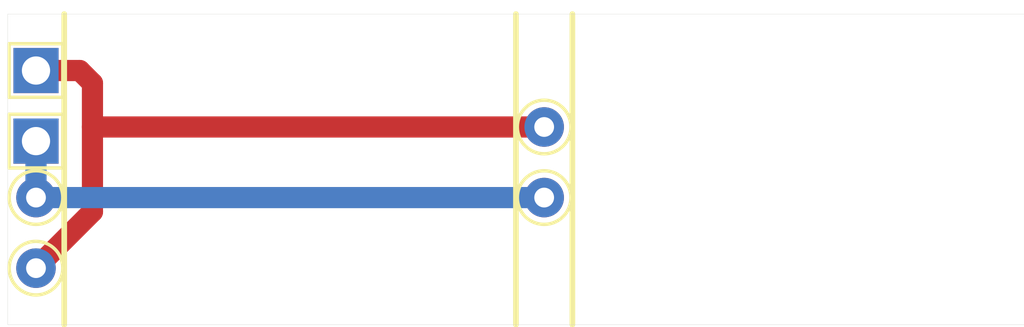
<source format=kicad_pcb>
(kicad_pcb (version 20171130) (host pcbnew "(5.0.1-3-g963ef8bb5)")

  (general
    (thickness 1.6)
    (drawings 7)
    (tracks 7)
    (zones 0)
    (modules 6)
    (nets 3)
  )

  (page A4)
  (layers
    (0 F.Cu signal)
    (31 B.Cu signal)
    (32 B.Adhes user)
    (33 F.Adhes user)
    (34 B.Paste user)
    (35 F.Paste user)
    (36 B.SilkS user)
    (37 F.SilkS user)
    (38 B.Mask user)
    (39 F.Mask user)
    (40 Dwgs.User user)
    (41 Cmts.User user hide)
    (42 Eco1.User user hide)
    (43 Eco2.User user hide)
    (44 Edge.Cuts user)
    (45 Margin user hide)
    (46 B.CrtYd user)
    (47 F.CrtYd user hide)
    (48 B.Fab user)
    (49 F.Fab user hide)
  )

  (setup
    (last_trace_width 0.25)
    (trace_clearance 0.2)
    (zone_clearance 0.508)
    (zone_45_only no)
    (trace_min 0.2)
    (segment_width 0.2)
    (edge_width 0.15)
    (via_size 0.8)
    (via_drill 0.4)
    (via_min_size 0.4)
    (via_min_drill 0.3)
    (uvia_size 0.3)
    (uvia_drill 0.1)
    (uvias_allowed no)
    (uvia_min_size 0.2)
    (uvia_min_drill 0.1)
    (pcb_text_width 0.3)
    (pcb_text_size 1.5 1.5)
    (mod_edge_width 0.15)
    (mod_text_size 1 1)
    (mod_text_width 0.15)
    (pad_size 1.6 1.6)
    (pad_drill 1)
    (pad_to_mask_clearance 0.051)
    (solder_mask_min_width 0.25)
    (aux_axis_origin 0 0)
    (visible_elements FFFFFF7F)
    (pcbplotparams
      (layerselection 0x010fc_ffffffff)
      (usegerberextensions false)
      (usegerberattributes false)
      (usegerberadvancedattributes false)
      (creategerberjobfile false)
      (excludeedgelayer true)
      (linewidth 0.100000)
      (plotframeref false)
      (viasonmask false)
      (mode 1)
      (useauxorigin false)
      (hpglpennumber 1)
      (hpglpenspeed 20)
      (hpglpendiameter 15.000000)
      (psnegative false)
      (psa4output false)
      (plotreference true)
      (plotvalue true)
      (plotinvisibletext false)
      (padsonsilk false)
      (subtractmaskfromsilk false)
      (outputformat 1)
      (mirror false)
      (drillshape 1)
      (scaleselection 1)
      (outputdirectory ""))
  )

  (net 0 "")
  (net 1 "Net-(J1-Pad1)")
  (net 2 "Net-(J2-Pad1)")

  (net_class Default "This is the default net class."
    (clearance 0.2)
    (trace_width 0.25)
    (via_dia 0.8)
    (via_drill 0.4)
    (uvia_dia 0.3)
    (uvia_drill 0.1)
  )

  (net_class trk100 ""
    (clearance 0.2)
    (trace_width 1)
    (via_dia 0.8)
    (via_drill 0.4)
    (uvia_dia 0.3)
    (uvia_drill 0.1)
  )

  (net_class trk50 ""
    (clearance 0.2)
    (trace_width 0.5)
    (via_dia 0.8)
    (via_drill 0.4)
    (uvia_dia 0.3)
    (uvia_drill 0.1)
  )

  (net_class trk75 ""
    (clearance 0.2)
    (trace_width 0.75)
    (via_dia 0.8)
    (via_drill 0.4)
    (uvia_dia 0.3)
    (uvia_drill 0.1)
    (add_net "Net-(J1-Pad1)")
    (add_net "Net-(J2-Pad1)")
  )

  (module TestPoint:TestPoint_THTPad_D1.5mm_Drill0.7mm (layer F.Cu) (tedit 5C8E7406) (tstamp 5C9AEEBC)
    (at 61 126)
    (descr "THT pad as test Point, diameter 1.5mm, hole diameter 0.7mm")
    (tags "test point THT pad")
    (path /5C8A8B53)
    (attr virtual)
    (fp_text reference J3 (at 0 -1.648) (layer F.SilkS) hide
      (effects (font (size 1 1) (thickness 0.15)))
    )
    (fp_text value Conn_01x01 (at 0 1.75) (layer F.Fab)
      (effects (font (size 1 1) (thickness 0.15)))
    )
    (fp_text user %R (at 0 -1.65) (layer F.Fab)
      (effects (font (size 1 1) (thickness 0.15)))
    )
    (fp_circle (center 0 0) (end 1.25 0) (layer F.CrtYd) (width 0.05))
    (fp_circle (center 0 0) (end 0 0.95) (layer F.SilkS) (width 0.12))
    (pad 1 thru_hole circle (at 0 0) (size 1.4 1.4) (drill 0.7) (layers *.Cu *.Mask)
      (net 1 "Net-(J1-Pad1)"))
  )

  (module TestPoint:TestPoint_THTPad_D1.5mm_Drill0.7mm (layer F.Cu) (tedit 5C8E740E) (tstamp 5C9AEEC3)
    (at 61 123.5)
    (descr "THT pad as test Point, diameter 1.5mm, hole diameter 0.7mm")
    (tags "test point THT pad")
    (path /5C8E63B2)
    (attr virtual)
    (fp_text reference J4 (at 0 -1.648) (layer F.SilkS) hide
      (effects (font (size 1 1) (thickness 0.15)))
    )
    (fp_text value Conn_01x01 (at 0 1.75) (layer F.Fab)
      (effects (font (size 1 1) (thickness 0.15)))
    )
    (fp_circle (center 0 0) (end 0 0.95) (layer F.SilkS) (width 0.12))
    (fp_circle (center 0 0) (end 1.25 0) (layer F.CrtYd) (width 0.05))
    (fp_text user %R (at 0 -1.65) (layer F.Fab)
      (effects (font (size 1 1) (thickness 0.15)))
    )
    (pad 1 thru_hole circle (at 0 0) (size 1.4 1.4) (drill 0.7) (layers *.Cu *.Mask)
      (net 2 "Net-(J2-Pad1)"))
  )

  (module TestPoint:TestPoint_THTPad_D1.5mm_Drill0.7mm (layer F.Cu) (tedit 5C8E7507) (tstamp 5C9AEECA)
    (at 79 121)
    (descr "THT pad as test Point, diameter 1.5mm, hole diameter 0.7mm")
    (tags "test point THT pad")
    (path /5C8E6371)
    (attr virtual)
    (fp_text reference J5 (at 0 -1.648) (layer F.SilkS) hide
      (effects (font (size 1 1) (thickness 0.15)))
    )
    (fp_text value Conn_01x01 (at 0 1.75) (layer F.Fab)
      (effects (font (size 1 1) (thickness 0.15)))
    )
    (fp_circle (center 0 0) (end 0 0.95) (layer F.SilkS) (width 0.12))
    (fp_circle (center 0 0) (end 1.25 0) (layer F.CrtYd) (width 0.05))
    (fp_text user %R (at 0 -1.65) (layer F.Fab)
      (effects (font (size 1 1) (thickness 0.15)))
    )
    (pad 1 thru_hole circle (at 0 0) (size 1.4 1.4) (drill 0.7) (layers *.Cu *.Mask)
      (net 1 "Net-(J1-Pad1)"))
  )

  (module TestPoint:TestPoint_THTPad_D1.5mm_Drill0.7mm (layer F.Cu) (tedit 5C8E7502) (tstamp 5C9AEED1)
    (at 79 123.5)
    (descr "THT pad as test Point, diameter 1.5mm, hole diameter 0.7mm")
    (tags "test point THT pad")
    (path /5C8E63D6)
    (attr virtual)
    (fp_text reference J6 (at 0 -1.648) (layer F.SilkS) hide
      (effects (font (size 1 1) (thickness 0.15)))
    )
    (fp_text value Conn_01x01 (at 0 1.75) (layer F.Fab)
      (effects (font (size 1 1) (thickness 0.15)))
    )
    (fp_text user %R (at 0 -1.65) (layer F.Fab)
      (effects (font (size 1 1) (thickness 0.15)))
    )
    (fp_circle (center 0 0) (end 1.25 0) (layer F.CrtYd) (width 0.05))
    (fp_circle (center 0 0) (end 0 0.95) (layer F.SilkS) (width 0.12))
    (pad 1 thru_hole circle (at 0 0) (size 1.4 1.4) (drill 0.7) (layers *.Cu *.Mask)
      (net 2 "Net-(J2-Pad1)"))
  )

  (module TestPoint:TestPoint_THTPad_1.5x1.5mm_Drill0.7mm (layer F.Cu) (tedit 5CDAD6B2) (tstamp 5CBA5D03)
    (at 61 119)
    (descr "THT rectangular pad as test Point, square 1.5mm side length, hole diameter 0.7mm")
    (tags "test point THT pad rectangle square")
    (path /5C8A8A73)
    (attr virtual)
    (fp_text reference J1 (at 0 -1.648) (layer F.SilkS) hide
      (effects (font (size 1 1) (thickness 0.15)))
    )
    (fp_text value Conn_01x01 (at 0 1.75) (layer F.Fab)
      (effects (font (size 1 1) (thickness 0.15)))
    )
    (fp_text user %R (at 0 -1.65) (layer F.Fab)
      (effects (font (size 1 1) (thickness 0.15)))
    )
    (fp_line (start -0.95 -0.95) (end 0.95 -0.95) (layer F.SilkS) (width 0.12))
    (fp_line (start 0.95 -0.95) (end 0.95 0.95) (layer F.SilkS) (width 0.12))
    (fp_line (start 0.95 0.95) (end -0.95 0.95) (layer F.SilkS) (width 0.12))
    (fp_line (start -0.95 0.95) (end -0.95 -0.95) (layer F.SilkS) (width 0.12))
    (fp_line (start -1.25 -1.25) (end 1.25 -1.25) (layer F.CrtYd) (width 0.05))
    (fp_line (start -1.25 -1.25) (end -1.25 1.25) (layer F.CrtYd) (width 0.05))
    (fp_line (start 1.25 1.25) (end 1.25 -1.25) (layer F.CrtYd) (width 0.05))
    (fp_line (start 1.25 1.25) (end -1.25 1.25) (layer F.CrtYd) (width 0.05))
    (pad 1 thru_hole rect (at 0 0) (size 1.6 1.6) (drill 1) (layers *.Cu *.Mask)
      (net 1 "Net-(J1-Pad1)"))
  )

  (module TestPoint:TestPoint_THTPad_1.5x1.5mm_Drill0.7mm (layer F.Cu) (tedit 5CDAD6BB) (tstamp 5CBA5D10)
    (at 61 121.5)
    (descr "THT rectangular pad as test Point, square 1.5mm side length, hole diameter 0.7mm")
    (tags "test point THT pad rectangle square")
    (path /5C8E6394)
    (attr virtual)
    (fp_text reference J2 (at 0 -1.648) (layer F.SilkS) hide
      (effects (font (size 1 1) (thickness 0.15)))
    )
    (fp_text value Conn_01x01 (at 0 1.75) (layer F.Fab)
      (effects (font (size 1 1) (thickness 0.15)))
    )
    (fp_line (start 1.25 1.25) (end -1.25 1.25) (layer F.CrtYd) (width 0.05))
    (fp_line (start 1.25 1.25) (end 1.25 -1.25) (layer F.CrtYd) (width 0.05))
    (fp_line (start -1.25 -1.25) (end -1.25 1.25) (layer F.CrtYd) (width 0.05))
    (fp_line (start -1.25 -1.25) (end 1.25 -1.25) (layer F.CrtYd) (width 0.05))
    (fp_line (start -0.95 0.95) (end -0.95 -0.95) (layer F.SilkS) (width 0.12))
    (fp_line (start 0.95 0.95) (end -0.95 0.95) (layer F.SilkS) (width 0.12))
    (fp_line (start 0.95 -0.95) (end 0.95 0.95) (layer F.SilkS) (width 0.12))
    (fp_line (start -0.95 -0.95) (end 0.95 -0.95) (layer F.SilkS) (width 0.12))
    (fp_text user %R (at 0 -1.65) (layer F.Fab)
      (effects (font (size 1 1) (thickness 0.15)))
    )
    (pad 1 thru_hole rect (at 0 0) (size 1.6 1.6) (drill 1) (layers *.Cu *.Mask)
      (net 2 "Net-(J2-Pad1)"))
  )

  (gr_line (start 62 117) (end 62 128) (layer F.SilkS) (width 0.2))
  (gr_line (start 78 117) (end 78 128) (layer F.SilkS) (width 0.2))
  (gr_line (start 80 117) (end 80 128) (layer F.SilkS) (width 0.2))
  (gr_line (start 60 128) (end 96 128) (layer Edge.Cuts) (width 0.01))
  (gr_line (start 96 117) (end 60 117) (layer Edge.Cuts) (width 0.01))
  (gr_line (start 96 128) (end 96 117) (layer Edge.Cuts) (width 0.01))
  (gr_line (start 60 117) (end 60 128) (layer Edge.Cuts) (width 0.01))

  (segment (start 62.55 119) (end 63 119.45) (width 0.75) (layer F.Cu) (net 1))
  (segment (start 61 119) (end 62.55 119) (width 0.75) (layer F.Cu) (net 1))
  (segment (start 63 124) (end 61 126) (width 0.75) (layer F.Cu) (net 1))
  (segment (start 63 119.45) (end 63 124) (width 0.75) (layer F.Cu) (net 1))
  (segment (start 79 121) (end 63 121) (width 0.75) (layer F.Cu) (net 1))
  (segment (start 79 123.5) (end 61 123.5) (width 0.75) (layer B.Cu) (net 2))
  (segment (start 61 123.5) (end 61 121.5) (width 0.75) (layer B.Cu) (net 2))

)

</source>
